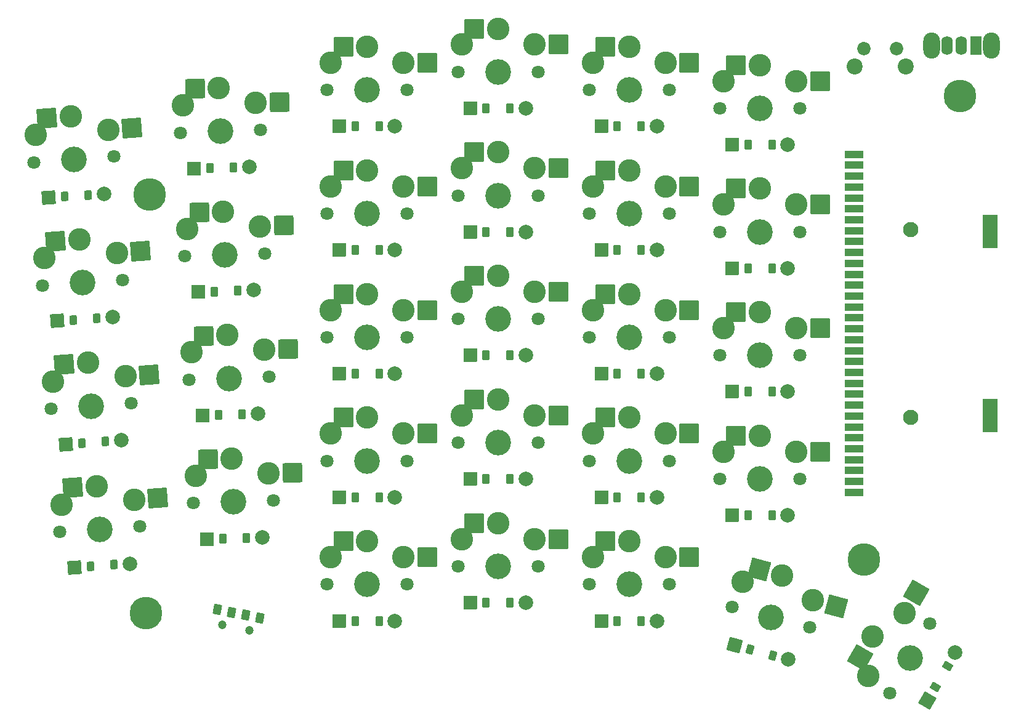
<source format=gbr>
%TF.GenerationSoftware,KiCad,Pcbnew,(6.0.11-0)*%
%TF.CreationDate,2023-07-02T11:26:45-05:00*%
%TF.ProjectId,typeboy,74797065-626f-4792-9e6b-696361645f70,v1.0.0*%
%TF.SameCoordinates,Original*%
%TF.FileFunction,Soldermask,Bot*%
%TF.FilePolarity,Negative*%
%FSLAX46Y46*%
G04 Gerber Fmt 4.6, Leading zero omitted, Abs format (unit mm)*
G04 Created by KiCad (PCBNEW (6.0.11-0)) date 2023-07-02 11:26:45*
%MOMM*%
%LPD*%
G01*
G04 APERTURE LIST*
G04 Aperture macros list*
%AMRoundRect*
0 Rectangle with rounded corners*
0 $1 Rounding radius*
0 $2 $3 $4 $5 $6 $7 $8 $9 X,Y pos of 4 corners*
0 Add a 4 corners polygon primitive as box body*
4,1,4,$2,$3,$4,$5,$6,$7,$8,$9,$2,$3,0*
0 Add four circle primitives for the rounded corners*
1,1,$1+$1,$2,$3*
1,1,$1+$1,$4,$5*
1,1,$1+$1,$6,$7*
1,1,$1+$1,$8,$9*
0 Add four rect primitives between the rounded corners*
20,1,$1+$1,$2,$3,$4,$5,0*
20,1,$1+$1,$4,$5,$6,$7,0*
20,1,$1+$1,$6,$7,$8,$9,0*
20,1,$1+$1,$8,$9,$2,$3,0*%
G04 Aperture macros list end*
%ADD10RoundRect,0.050000X-0.450000X-0.600000X0.450000X-0.600000X0.450000X0.600000X-0.450000X0.600000X0*%
%ADD11RoundRect,0.050000X-0.889000X-0.889000X0.889000X-0.889000X0.889000X0.889000X-0.889000X0.889000X0*%
%ADD12C,2.005000*%
%ADD13C,1.801800*%
%ADD14C,3.100000*%
%ADD15C,3.529000*%
%ADD16RoundRect,0.050000X-1.300000X-1.300000X1.300000X-1.300000X1.300000X1.300000X-1.300000X1.300000X0*%
%ADD17RoundRect,0.050000X-1.206150X-1.387517X1.387517X-1.206150X1.206150X1.387517X-1.387517X1.206150X0*%
%ADD18C,2.100000*%
%ADD19RoundRect,0.050000X-1.250000X0.500000X-1.250000X-0.500000X1.250000X-0.500000X1.250000X0.500000X0*%
%ADD20RoundRect,0.050000X-1.000000X2.250000X-1.000000X-2.250000X1.000000X-2.250000X1.000000X2.250000X0*%
%ADD21C,0.800000*%
%ADD22C,4.500000*%
%ADD23RoundRect,0.050000X-0.428786X-0.615339X0.470666X-0.583930X0.428786X0.615339X-0.470666X0.583930X0*%
%ADD24RoundRect,0.050000X-0.857433X-0.919484X0.919484X-0.857433X0.857433X0.919484X-0.919484X0.857433X0*%
%ADD25RoundRect,0.050000X-1.253839X-1.344577X1.344577X-1.253839X1.253839X1.344577X-1.344577X1.253839X0*%
%ADD26RoundRect,0.050000X-0.824821X-0.948848X0.948848X-0.824821X0.824821X0.948848X-0.948848X0.824821X0*%
%ADD27RoundRect,0.050000X-0.407050X-0.629929X0.490758X-0.567148X0.407050X0.629929X-0.490758X0.567148X0*%
%ADD28C,1.200000*%
%ADD29RoundRect,0.050000X0.614839X0.542653X-0.366788X0.733462X-0.614839X-0.542653X0.366788X-0.733462X0*%
%ADD30RoundRect,0.050000X0.325397X-1.214397X1.214397X0.325397X-0.325397X1.214397X-1.214397X-0.325397X0*%
%ADD31RoundRect,0.050000X0.294615X-0.689711X0.744615X0.089711X-0.294615X0.689711X-0.744615X-0.089711X0*%
%ADD32RoundRect,0.050000X-1.088798X-0.628618X0.628618X-1.088798X1.088798X0.628618X-0.628618X1.088798X0*%
%ADD33RoundRect,0.050000X-0.589958X-0.463087X0.279375X-0.696024X0.589958X0.463087X-0.279375X0.696024X0*%
%ADD34C,2.200000*%
%ADD35C,1.850000*%
%ADD36O,2.300000X3.600000*%
%ADD37RoundRect,0.050000X-0.750000X-1.250000X0.750000X-1.250000X0.750000X1.250000X-0.750000X1.250000X0*%
%ADD38O,1.600000X2.600000*%
%ADD39RoundRect,0.050000X-1.592168X-0.919239X0.919239X-1.592168X1.592168X0.919239X-0.919239X1.592168X0*%
%ADD40RoundRect,0.050000X0.475833X-1.775833X1.775833X0.475833X-0.475833X1.775833X-1.775833X-0.475833X0*%
G04 APERTURE END LIST*
D10*
%TO.C,D27*%
X160043765Y-130910944D03*
D11*
X157883765Y-130910944D03*
D10*
X163343765Y-130910944D03*
D12*
X165503765Y-130910944D03*
%TD*%
D11*
%TO.C,D17*%
X121883771Y-142910938D03*
D10*
X124043771Y-142910938D03*
X127343771Y-142910938D03*
D12*
X129503771Y-142910938D03*
%TD*%
D13*
%TO.C,S13*%
X102193771Y-123410943D03*
D14*
X102693771Y-119660943D03*
D15*
X107693771Y-123410943D03*
D14*
X107693771Y-117460943D03*
D13*
X113193771Y-123410943D03*
D14*
X112693771Y-119660943D03*
X107693771Y-117460943D03*
D16*
X104418771Y-117460943D03*
X115968771Y-119660943D03*
%TD*%
D10*
%TO.C,D15*%
X124043769Y-176910943D03*
D11*
X121883769Y-176910943D03*
D12*
X129503769Y-176910943D03*
D10*
X127343769Y-176910943D03*
%TD*%
D13*
%TO.C,S3*%
X74026491Y-149526181D03*
D14*
X68124838Y-143974336D03*
X73266122Y-145820194D03*
X68124838Y-143974336D03*
D13*
X63053287Y-150293503D03*
D15*
X68539889Y-149909842D03*
D14*
X63290482Y-146517759D03*
D17*
X64857816Y-144202788D03*
X76533145Y-145591742D03*
%TD*%
D18*
%TO.C,J2*%
X182441009Y-168430491D03*
X182441009Y-142566411D03*
D19*
X174643769Y-132248451D03*
X174643769Y-133748451D03*
X174643769Y-135248451D03*
X174643769Y-136748451D03*
X174643769Y-138248451D03*
X174643769Y-139748451D03*
X174643769Y-141248451D03*
X174643769Y-142748451D03*
X174643769Y-144248451D03*
X174643769Y-145748451D03*
X174643769Y-147248451D03*
X174643769Y-148748451D03*
X174643769Y-150248451D03*
X174643769Y-151748451D03*
X174643769Y-153248451D03*
X174643769Y-154748451D03*
X174643769Y-156248451D03*
X174643769Y-157748451D03*
X174643769Y-159248451D03*
X174643769Y-160748451D03*
X174643769Y-162248451D03*
X174643769Y-163748451D03*
X174643769Y-165248451D03*
X174643769Y-166748451D03*
X174643769Y-168248451D03*
X174643769Y-169748451D03*
X174643769Y-171248451D03*
X174643769Y-172748451D03*
X174643769Y-174248451D03*
X174643769Y-175748451D03*
X174643769Y-177248451D03*
X174643769Y-178748451D03*
D20*
X193314569Y-168180491D03*
X193314569Y-142816411D03*
%TD*%
D21*
%TO.C,_1*%
X177160491Y-189127665D03*
D22*
X175993765Y-187960939D03*
D21*
X175993765Y-189610939D03*
X177160491Y-186794213D03*
X174343765Y-187960939D03*
X174827039Y-186794213D03*
X174827039Y-189127665D03*
X177643765Y-187960939D03*
X175993765Y-186310939D03*
%TD*%
D11*
%TO.C,D19*%
X139883767Y-196410939D03*
D10*
X142043767Y-196410939D03*
X145343767Y-196410939D03*
D12*
X147503767Y-196410939D03*
%TD*%
D11*
%TO.C,D16*%
X121883769Y-159910942D03*
D10*
X124043769Y-159910942D03*
X127343769Y-159910942D03*
D12*
X129503769Y-159910942D03*
%TD*%
D23*
%TO.C,D8*%
X86031565Y-134132048D03*
D24*
X83872881Y-134207431D03*
D23*
X89329555Y-134016880D03*
D12*
X91488239Y-133941497D03*
%TD*%
D14*
%TO.C,S27*%
X156693764Y-122160945D03*
X161693764Y-119960945D03*
D13*
X156193764Y-125910945D03*
D14*
X161693764Y-119960945D03*
X166693764Y-122160945D03*
D13*
X167193764Y-125910945D03*
D15*
X161693764Y-125910945D03*
D16*
X158418764Y-119960945D03*
X169968764Y-122160945D03*
%TD*%
D14*
%TO.C,S7*%
X92965433Y-142144942D03*
D13*
X93596002Y-145875208D03*
D14*
X87891700Y-140120780D03*
X87891700Y-140120780D03*
X82971525Y-142493937D03*
D13*
X82602702Y-146259102D03*
D15*
X88099352Y-146067155D03*
D25*
X84618695Y-140235075D03*
X96238438Y-142030646D03*
%TD*%
D26*
%TO.C,D3*%
X65087953Y-155163441D03*
D27*
X67242691Y-155012767D03*
D12*
X72689391Y-154631897D03*
D27*
X70534653Y-154782571D03*
%TD*%
%TO.C,D4*%
X66056832Y-138054181D03*
D26*
X63902094Y-138204855D03*
D12*
X71503532Y-137673311D03*
D27*
X69348794Y-137823985D03*
%TD*%
D10*
%TO.C,D26*%
X160043767Y-147910947D03*
D11*
X157883767Y-147910947D03*
D10*
X163343767Y-147910947D03*
D12*
X165503767Y-147910947D03*
%TD*%
D15*
%TO.C,S1*%
X70911606Y-183827024D03*
D13*
X65425004Y-184210685D03*
D14*
X65662199Y-180434941D03*
X70496555Y-177891518D03*
X75637839Y-179737376D03*
X70496555Y-177891518D03*
D13*
X76398208Y-183443363D03*
D17*
X67229533Y-178119970D03*
X78904862Y-179508924D03*
%TD*%
D28*
%TO.C,S\u002A\u002A*%
X91494420Y-197713278D03*
X87764237Y-196988204D03*
D29*
X92946288Y-196008995D03*
D28*
X87764237Y-196988204D03*
X91494420Y-197713278D03*
D29*
X87056525Y-194864141D03*
X90983033Y-195627377D03*
X89019779Y-195245759D03*
%TD*%
D13*
%TO.C,S9*%
X102193767Y-191410946D03*
D15*
X107693767Y-191410946D03*
D14*
X107693767Y-185460946D03*
X102693767Y-187660946D03*
D13*
X113193767Y-191410946D03*
D14*
X112693767Y-187660946D03*
X107693767Y-185460946D03*
D16*
X104418767Y-185460946D03*
X115968767Y-187660946D03*
%TD*%
D30*
%TO.C,D29*%
X184737614Y-207369239D03*
D31*
X185817614Y-205498624D03*
X187467614Y-202640740D03*
D12*
X188547614Y-200770125D03*
%TD*%
D15*
%TO.C,S10*%
X107693768Y-174410941D03*
D14*
X107693768Y-168460941D03*
D13*
X102193768Y-174410941D03*
D14*
X102693768Y-170660941D03*
X107693768Y-168460941D03*
X112693768Y-170660941D03*
D13*
X113193768Y-174410941D03*
D16*
X104418768Y-168460941D03*
X115968768Y-170660941D03*
%TD*%
D14*
%TO.C,S19*%
X143693769Y-185460937D03*
D13*
X138193769Y-191410937D03*
D15*
X143693769Y-191410937D03*
D14*
X148693769Y-187660937D03*
X138693769Y-187660937D03*
X143693769Y-185460937D03*
D13*
X149193769Y-191410937D03*
D16*
X140418769Y-185460937D03*
X151968769Y-187660937D03*
%TD*%
D32*
%TO.C,D28*%
X158219496Y-199754469D03*
D33*
X160305895Y-200313519D03*
D12*
X165579850Y-201726671D03*
D33*
X163493451Y-201167621D03*
%TD*%
D11*
%TO.C,D24*%
X157883773Y-181910941D03*
D10*
X160043773Y-181910941D03*
D12*
X165503773Y-181910941D03*
D10*
X163343773Y-181910941D03*
%TD*%
D14*
%TO.C,S8*%
X87298418Y-123131136D03*
X82378243Y-125504293D03*
D15*
X87506070Y-129077511D03*
D13*
X93002720Y-128885564D03*
X82009420Y-129269458D03*
D14*
X87298418Y-123131136D03*
X92372151Y-125155298D03*
D25*
X84025413Y-123245431D03*
X95645156Y-125041002D03*
%TD*%
D26*
%TO.C,D2*%
X66273815Y-172122026D03*
D27*
X68428553Y-171971352D03*
X71720515Y-171741156D03*
D12*
X73875253Y-171590482D03*
%TD*%
D34*
%TO.C,REF\u002A\u002A*%
X174743763Y-120202500D03*
X181753763Y-120202500D03*
D35*
X175993763Y-117712500D03*
X180493763Y-117712500D03*
%TD*%
D21*
%TO.C,_2*%
X190843773Y-124210943D03*
X188027047Y-123044217D03*
D22*
X189193773Y-124210943D03*
D21*
X189193773Y-122560943D03*
X187543773Y-124210943D03*
X190360499Y-125377669D03*
X189193773Y-125860943D03*
X188027047Y-125377669D03*
X190360499Y-123044217D03*
%TD*%
D11*
%TO.C,D20*%
X139883769Y-179410938D03*
D10*
X142043769Y-179410938D03*
X145343769Y-179410938D03*
D12*
X147503769Y-179410938D03*
%TD*%
D14*
%TO.C,S20*%
X138693769Y-170660940D03*
D15*
X143693769Y-174410940D03*
D14*
X143693769Y-168460940D03*
D13*
X149193769Y-174410940D03*
X138193769Y-174410940D03*
D14*
X143693769Y-168460940D03*
X148693769Y-170660940D03*
D16*
X140418769Y-168460940D03*
X151968769Y-170660940D03*
%TD*%
D11*
%TO.C,D12*%
X103883759Y-145410945D03*
D10*
X106043759Y-145410945D03*
D12*
X111503759Y-145410945D03*
D10*
X109343759Y-145410945D03*
%TD*%
D14*
%TO.C,S14*%
X120693773Y-185160943D03*
X125693773Y-182960943D03*
X130693773Y-185160943D03*
X125693773Y-182960943D03*
D13*
X131193773Y-188910943D03*
X120193773Y-188910943D03*
D15*
X125693773Y-188910943D03*
D16*
X122418773Y-182960943D03*
X133968773Y-185160943D03*
%TD*%
D13*
%TO.C,S18*%
X120193769Y-120910937D03*
D15*
X125693769Y-120910937D03*
D13*
X131193769Y-120910937D03*
D14*
X125693769Y-114960937D03*
X120693769Y-117160937D03*
X130693769Y-117160937D03*
X125693769Y-114960937D03*
D16*
X122418769Y-114960937D03*
X133968769Y-117160937D03*
%TD*%
D13*
%TO.C,S25*%
X167193767Y-159910940D03*
D14*
X161693767Y-153960940D03*
D13*
X156193767Y-159910940D03*
D14*
X156693767Y-156160940D03*
D15*
X161693767Y-159910940D03*
D14*
X166693767Y-156160940D03*
X161693767Y-153960940D03*
D16*
X158418767Y-153960940D03*
X169968767Y-156160940D03*
%TD*%
D13*
%TO.C,S2*%
X75212351Y-166484776D03*
X64239147Y-167252098D03*
D14*
X69310698Y-160932931D03*
X69310698Y-160932931D03*
X74451982Y-162778789D03*
D15*
X69725749Y-166868437D03*
D14*
X64476342Y-163476354D03*
D17*
X66043676Y-161161383D03*
X77719005Y-162550337D03*
%TD*%
D21*
%TO.C,_3*%
X75983042Y-194231882D03*
X77343411Y-196960360D03*
D22*
X77228313Y-195314379D03*
D21*
X78310810Y-194069108D03*
X78874294Y-195199281D03*
X78473584Y-196396876D03*
X77113215Y-193668398D03*
X75582332Y-195429477D03*
X76145816Y-196559650D03*
%TD*%
D10*
%TO.C,D21*%
X142043768Y-162410943D03*
D11*
X139883768Y-162410943D03*
D12*
X147503768Y-162410943D03*
D10*
X145343768Y-162410943D03*
%TD*%
D11*
%TO.C,D14*%
X121883773Y-193910948D03*
D10*
X124043773Y-193910948D03*
X127343773Y-193910948D03*
D12*
X129503773Y-193910948D03*
%TD*%
D26*
%TO.C,D1*%
X67459671Y-189080613D03*
D27*
X69614409Y-188929939D03*
X72906371Y-188699743D03*
D12*
X75061109Y-188549069D03*
%TD*%
D11*
%TO.C,D22*%
X139883770Y-145410947D03*
D10*
X142043770Y-145410947D03*
D12*
X147503770Y-145410947D03*
D10*
X145343770Y-145410947D03*
%TD*%
D13*
%TO.C,S17*%
X131193766Y-137910943D03*
D14*
X130693766Y-134160943D03*
D15*
X125693766Y-137910943D03*
D14*
X120693766Y-134160943D03*
X125693766Y-131960943D03*
X125693766Y-131960943D03*
D13*
X120193766Y-137910943D03*
D16*
X122418766Y-131960943D03*
X133968766Y-134160943D03*
%TD*%
D14*
%TO.C,S15*%
X120693767Y-168160944D03*
X130693767Y-168160944D03*
X125693767Y-165960944D03*
D13*
X131193767Y-171910944D03*
D14*
X125693767Y-165960944D03*
D13*
X120193767Y-171910944D03*
D15*
X125693767Y-171910944D03*
D16*
X122418767Y-165960944D03*
X133968767Y-168160944D03*
%TD*%
D14*
%TO.C,S21*%
X143693772Y-151460945D03*
D15*
X143693772Y-157410945D03*
D14*
X143693772Y-151460945D03*
D13*
X138193772Y-157410945D03*
D14*
X148693772Y-153660945D03*
D13*
X149193772Y-157410945D03*
D14*
X138693772Y-153660945D03*
D16*
X140418772Y-151460945D03*
X151968772Y-153660945D03*
%TD*%
D14*
%TO.C,S22*%
X143693770Y-134460947D03*
X138693770Y-136660947D03*
D13*
X149193770Y-140410947D03*
X138193770Y-140410947D03*
D15*
X143693770Y-140410947D03*
D14*
X148693770Y-136660947D03*
X143693770Y-134460947D03*
D16*
X140418770Y-134460947D03*
X151968770Y-136660947D03*
%TD*%
D14*
%TO.C,S24*%
X156693769Y-173160940D03*
D13*
X156193769Y-176910940D03*
D14*
X161693769Y-170960940D03*
D13*
X167193769Y-176910940D03*
D15*
X161693769Y-176910940D03*
D14*
X161693769Y-170960940D03*
X166693769Y-173160940D03*
D16*
X158418769Y-170960940D03*
X169968769Y-173160940D03*
%TD*%
D36*
%TO.C,REF\u002A\u002A*%
X193493769Y-117329996D03*
X185293769Y-117329996D03*
D37*
X191393769Y-117329996D03*
D38*
X189393769Y-117329996D03*
X187393769Y-117329996D03*
%TD*%
D13*
%TO.C,S5*%
X94782589Y-179854498D03*
D15*
X89285939Y-180046445D03*
D14*
X94152020Y-176124232D03*
D13*
X83789289Y-180238392D03*
D14*
X84158112Y-176473227D03*
X89078287Y-174100070D03*
X89078287Y-174100070D03*
D25*
X85805282Y-174214365D03*
X97425025Y-176009936D03*
%TD*%
D10*
%TO.C,D9*%
X106043764Y-196410940D03*
D11*
X103883764Y-196410940D03*
D12*
X111503764Y-196410940D03*
D10*
X109343764Y-196410940D03*
%TD*%
D14*
%TO.C,S28*%
X159334710Y-190994630D03*
D15*
X163193768Y-195910947D03*
D14*
X164733741Y-190163688D03*
X164733741Y-190163688D03*
D13*
X157881176Y-194487442D03*
X168506360Y-197334452D03*
D14*
X168993969Y-193582820D03*
D39*
X161570334Y-189316056D03*
X172157376Y-194430453D03*
%TD*%
D14*
%TO.C,S11*%
X112693770Y-153660945D03*
X107693770Y-151460945D03*
X102693770Y-153660945D03*
D15*
X107693770Y-157410945D03*
D13*
X113193770Y-157410945D03*
D14*
X107693770Y-151460945D03*
D13*
X102193770Y-157410945D03*
D16*
X104418770Y-151460945D03*
X115968770Y-153660945D03*
%TD*%
D14*
%TO.C,S29*%
X177159632Y-198594685D03*
X176564888Y-204024812D03*
D15*
X182312483Y-201569685D03*
D14*
X177159632Y-198594685D03*
D13*
X179562483Y-206332825D03*
X185062483Y-196806545D03*
D14*
X181564888Y-195364558D03*
D40*
X175522132Y-201430918D03*
X183202388Y-192528325D03*
%TD*%
D23*
%TO.C,D7*%
X86624867Y-151121690D03*
D24*
X84466183Y-151197073D03*
D12*
X92081541Y-150931139D03*
D23*
X89922857Y-151006522D03*
%TD*%
D11*
%TO.C,D11*%
X103883764Y-162410948D03*
D10*
X106043764Y-162410948D03*
D12*
X111503764Y-162410948D03*
D10*
X109343764Y-162410948D03*
%TD*%
D21*
%TO.C,_4*%
X78889998Y-136578870D03*
X79433672Y-137718705D03*
X77699579Y-136157320D03*
X79012122Y-138909124D03*
X77872287Y-139452798D03*
X76138194Y-137891413D03*
X76559744Y-136700994D03*
X76681868Y-139031248D03*
D22*
X77785933Y-137805059D03*
%TD*%
D14*
%TO.C,S6*%
X93558729Y-159134585D03*
X83564821Y-159483580D03*
D13*
X83195998Y-163248745D03*
D14*
X88484996Y-157110423D03*
D13*
X94189298Y-162864851D03*
D14*
X88484996Y-157110423D03*
D15*
X88692648Y-163056798D03*
D25*
X85211991Y-157224718D03*
X96831734Y-159020289D03*
%TD*%
D14*
%TO.C,S12*%
X107693767Y-134460944D03*
D15*
X107693767Y-140410944D03*
D13*
X102193767Y-140410944D03*
X113193767Y-140410944D03*
D14*
X102693767Y-136660944D03*
X112693767Y-136660944D03*
X107693767Y-134460944D03*
D16*
X104418767Y-134460944D03*
X115968767Y-136660944D03*
%TD*%
D23*
%TO.C,D5*%
X87811436Y-185100981D03*
D24*
X85652752Y-185176364D03*
D12*
X93268110Y-184910430D03*
D23*
X91109426Y-184985813D03*
%TD*%
D14*
%TO.C,S23*%
X138693773Y-119660944D03*
X148693773Y-119660944D03*
D13*
X149193773Y-123410944D03*
D14*
X143693773Y-117460944D03*
X143693773Y-117460944D03*
D15*
X143693773Y-123410944D03*
D13*
X138193773Y-123410944D03*
D16*
X140418773Y-117460944D03*
X151968773Y-119660944D03*
%TD*%
D10*
%TO.C,D18*%
X124043767Y-125910939D03*
D11*
X121883767Y-125910939D03*
D12*
X129503767Y-125910939D03*
D10*
X127343767Y-125910939D03*
%TD*%
D13*
%TO.C,S26*%
X167193770Y-142910950D03*
D14*
X166693770Y-139160950D03*
D13*
X156193770Y-142910950D03*
D14*
X161693770Y-136960950D03*
X161693770Y-136960950D03*
X156693770Y-139160950D03*
D15*
X161693770Y-142910950D03*
D16*
X158418770Y-136960950D03*
X169968770Y-139160950D03*
%TD*%
D11*
%TO.C,D25*%
X157883770Y-164910936D03*
D10*
X160043770Y-164910936D03*
X163343770Y-164910936D03*
D12*
X165503770Y-164910936D03*
%TD*%
D14*
%TO.C,S16*%
X130693771Y-151160946D03*
X125693771Y-148960946D03*
D13*
X131193771Y-154910946D03*
D14*
X120693771Y-151160946D03*
D13*
X120193771Y-154910946D03*
D14*
X125693771Y-148960946D03*
D15*
X125693771Y-154910946D03*
D16*
X122418771Y-148960946D03*
X133968771Y-151160946D03*
%TD*%
D13*
%TO.C,S4*%
X72840635Y-132567601D03*
D14*
X66938982Y-127015756D03*
X62104626Y-129559179D03*
D13*
X61867431Y-133334923D03*
D14*
X66938982Y-127015756D03*
D15*
X67354033Y-132951262D03*
D14*
X72080266Y-128861614D03*
D17*
X63671960Y-127244208D03*
X75347289Y-128633162D03*
%TD*%
D10*
%TO.C,D13*%
X106043768Y-128410940D03*
D11*
X103883768Y-128410940D03*
D12*
X111503768Y-128410940D03*
D10*
X109343768Y-128410940D03*
%TD*%
%TO.C,D10*%
X106043768Y-179410941D03*
D11*
X103883768Y-179410941D03*
D10*
X109343768Y-179410941D03*
D12*
X111503768Y-179410941D03*
%TD*%
D11*
%TO.C,D23*%
X139883772Y-128410944D03*
D10*
X142043772Y-128410944D03*
D12*
X147503772Y-128410944D03*
D10*
X145343772Y-128410944D03*
%TD*%
D24*
%TO.C,D6*%
X85059464Y-168186718D03*
D23*
X87218148Y-168111335D03*
X90516138Y-167996167D03*
D12*
X92674822Y-167920784D03*
%TD*%
M02*

</source>
